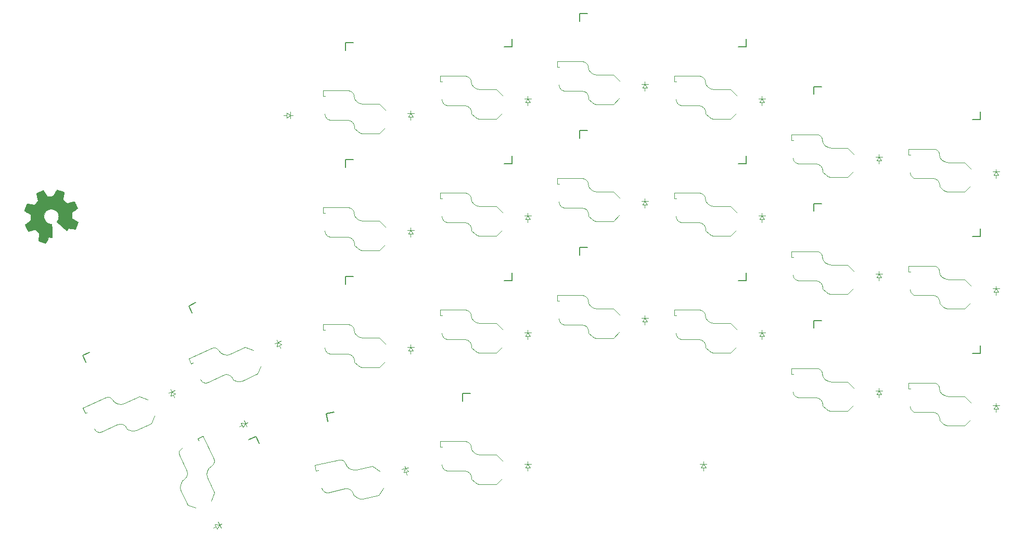
<source format=gbr>
%TF.GenerationSoftware,KiCad,Pcbnew,7.0.5*%
%TF.CreationDate,2024-03-19T12:28:54+08:00*%
%TF.ProjectId,Prime52right,5072696d-6535-4327-9269-6768742e6b69,rev?*%
%TF.SameCoordinates,Original*%
%TF.FileFunction,Legend,Bot*%
%TF.FilePolarity,Positive*%
%FSLAX46Y46*%
G04 Gerber Fmt 4.6, Leading zero omitted, Abs format (unit mm)*
G04 Created by KiCad (PCBNEW 7.0.5) date 2024-03-19 12:28:54*
%MOMM*%
%LPD*%
G01*
G04 APERTURE LIST*
%ADD10C,0.120000*%
%ADD11C,0.100000*%
%ADD12C,0.150000*%
%ADD13C,0.010000*%
G04 APERTURE END LIST*
D10*
%TO.C,K43*%
X337899000Y-103448000D02*
X336962000Y-104385000D01*
X336962000Y-104385000D02*
X334215000Y-104385000D01*
X336962000Y-99593000D02*
X337983000Y-100614000D01*
X334315000Y-99593000D02*
X336962000Y-99593000D01*
X334215000Y-104385000D02*
X333812000Y-104305000D01*
X333812000Y-104305000D02*
X333470000Y-104076000D01*
X333753000Y-99488000D02*
X334315000Y-99593000D01*
X333470000Y-104076000D02*
X332937000Y-103543000D01*
X333274000Y-99189000D02*
X333753000Y-99488000D01*
X332937000Y-103543000D02*
X332937000Y-103321000D01*
X332937000Y-103321000D02*
X332850000Y-102883000D01*
X332936000Y-98736000D02*
X333274000Y-99189000D01*
X332850000Y-102883000D02*
X332606000Y-102516000D01*
X332782000Y-98178000D02*
X332936000Y-98736000D01*
X332700000Y-97880000D02*
X332782000Y-98178000D01*
X332606000Y-102516000D02*
X332239000Y-102272000D01*
X332507000Y-97622000D02*
X332700000Y-97880000D01*
X332239000Y-102272000D02*
X331801000Y-102185000D01*
X332233000Y-97452000D02*
X332507000Y-97622000D01*
X331923000Y-97393000D02*
X332233000Y-97452000D01*
X331801000Y-102185000D02*
X329001000Y-102185000D01*
X329001000Y-102185000D02*
X328674000Y-102120000D01*
X328674000Y-102120000D02*
X328391000Y-101931000D01*
X328391000Y-101931000D02*
X328202000Y-101648000D01*
X328202000Y-101648000D02*
X328117000Y-101221000D01*
X328200000Y-98335000D02*
X327837000Y-98335000D01*
X327837000Y-98335000D02*
X327837000Y-97393000D01*
X327837000Y-97393000D02*
X331923000Y-97393000D01*
%TO.C,K47*%
X356949000Y-112973000D02*
X356012000Y-113910000D01*
X356012000Y-113910000D02*
X353265000Y-113910000D01*
X356012000Y-109118000D02*
X357033000Y-110139000D01*
X353365000Y-109118000D02*
X356012000Y-109118000D01*
X353265000Y-113910000D02*
X352862000Y-113830000D01*
X352862000Y-113830000D02*
X352520000Y-113601000D01*
X352803000Y-109013000D02*
X353365000Y-109118000D01*
X352520000Y-113601000D02*
X351987000Y-113068000D01*
X352324000Y-108714000D02*
X352803000Y-109013000D01*
X351987000Y-113068000D02*
X351987000Y-112846000D01*
X351987000Y-112846000D02*
X351900000Y-112408000D01*
X351986000Y-108261000D02*
X352324000Y-108714000D01*
X351900000Y-112408000D02*
X351656000Y-112041000D01*
X351832000Y-107703000D02*
X351986000Y-108261000D01*
X351750000Y-107405000D02*
X351832000Y-107703000D01*
X351656000Y-112041000D02*
X351289000Y-111797000D01*
X351557000Y-107147000D02*
X351750000Y-107405000D01*
X351289000Y-111797000D02*
X350851000Y-111710000D01*
X351283000Y-106977000D02*
X351557000Y-107147000D01*
X350973000Y-106918000D02*
X351283000Y-106977000D01*
X350851000Y-111710000D02*
X348051000Y-111710000D01*
X348051000Y-111710000D02*
X347724000Y-111645000D01*
X347724000Y-111645000D02*
X347441000Y-111456000D01*
X347441000Y-111456000D02*
X347252000Y-111173000D01*
X347252000Y-111173000D02*
X347167000Y-110746000D01*
X347250000Y-107860000D02*
X346887000Y-107860000D01*
X346887000Y-107860000D02*
X346887000Y-106918000D01*
X346887000Y-106918000D02*
X350973000Y-106918000D01*
%TO.C,K35*%
X299799000Y-84398000D02*
X298862000Y-85335000D01*
X298862000Y-85335000D02*
X296115000Y-85335000D01*
X298862000Y-80543000D02*
X299883000Y-81564000D01*
X296215000Y-80543000D02*
X298862000Y-80543000D01*
X296115000Y-85335000D02*
X295712000Y-85255000D01*
X295712000Y-85255000D02*
X295370000Y-85026000D01*
X295653000Y-80438000D02*
X296215000Y-80543000D01*
X295370000Y-85026000D02*
X294837000Y-84493000D01*
X295174000Y-80139000D02*
X295653000Y-80438000D01*
X294837000Y-84493000D02*
X294837000Y-84271000D01*
X294837000Y-84271000D02*
X294750000Y-83833000D01*
X294836000Y-79686000D02*
X295174000Y-80139000D01*
X294750000Y-83833000D02*
X294506000Y-83466000D01*
X294682000Y-79128000D02*
X294836000Y-79686000D01*
X294600000Y-78830000D02*
X294682000Y-79128000D01*
X294506000Y-83466000D02*
X294139000Y-83222000D01*
X294407000Y-78572000D02*
X294600000Y-78830000D01*
X294139000Y-83222000D02*
X293701000Y-83135000D01*
X294133000Y-78402000D02*
X294407000Y-78572000D01*
X293823000Y-78343000D02*
X294133000Y-78402000D01*
X293701000Y-83135000D02*
X290901000Y-83135000D01*
X290901000Y-83135000D02*
X290574000Y-83070000D01*
X290574000Y-83070000D02*
X290291000Y-82881000D01*
X290291000Y-82881000D02*
X290102000Y-82598000D01*
X290102000Y-82598000D02*
X290017000Y-82171000D01*
X290100000Y-79285000D02*
X289737000Y-79285000D01*
X289737000Y-79285000D02*
X289737000Y-78343000D01*
X289737000Y-78343000D02*
X293823000Y-78343000D01*
%TO.C,K46*%
X356949000Y-93923000D02*
X356012000Y-94860000D01*
X356012000Y-94860000D02*
X353265000Y-94860000D01*
X356012000Y-90068000D02*
X357033000Y-91089000D01*
X353365000Y-90068000D02*
X356012000Y-90068000D01*
X353265000Y-94860000D02*
X352862000Y-94780000D01*
X352862000Y-94780000D02*
X352520000Y-94551000D01*
X352803000Y-89963000D02*
X353365000Y-90068000D01*
X352520000Y-94551000D02*
X351987000Y-94018000D01*
X352324000Y-89664000D02*
X352803000Y-89963000D01*
X351987000Y-94018000D02*
X351987000Y-93796000D01*
X351987000Y-93796000D02*
X351900000Y-93358000D01*
X351986000Y-89211000D02*
X352324000Y-89664000D01*
X351900000Y-93358000D02*
X351656000Y-92991000D01*
X351832000Y-88653000D02*
X351986000Y-89211000D01*
X351750000Y-88355000D02*
X351832000Y-88653000D01*
X351656000Y-92991000D02*
X351289000Y-92747000D01*
X351557000Y-88097000D02*
X351750000Y-88355000D01*
X351289000Y-92747000D02*
X350851000Y-92660000D01*
X351283000Y-87927000D02*
X351557000Y-88097000D01*
X350973000Y-87868000D02*
X351283000Y-87927000D01*
X350851000Y-92660000D02*
X348051000Y-92660000D01*
X348051000Y-92660000D02*
X347724000Y-92595000D01*
X347724000Y-92595000D02*
X347441000Y-92406000D01*
X347441000Y-92406000D02*
X347252000Y-92123000D01*
X347252000Y-92123000D02*
X347167000Y-91696000D01*
X347250000Y-88810000D02*
X346887000Y-88810000D01*
X346887000Y-88810000D02*
X346887000Y-87868000D01*
X346887000Y-87868000D02*
X350973000Y-87868000D01*
%TO.C,K52*%
X375999000Y-134404000D02*
X375062000Y-135341000D01*
X375062000Y-135341000D02*
X372315000Y-135341000D01*
X375062000Y-130549000D02*
X376083000Y-131570000D01*
X372415000Y-130549000D02*
X375062000Y-130549000D01*
X372315000Y-135341000D02*
X371912000Y-135261000D01*
X371912000Y-135261000D02*
X371570000Y-135032000D01*
X371853000Y-130444000D02*
X372415000Y-130549000D01*
X371570000Y-135032000D02*
X371037000Y-134499000D01*
X371374000Y-130145000D02*
X371853000Y-130444000D01*
X371037000Y-134499000D02*
X371037000Y-134277000D01*
X371037000Y-134277000D02*
X370950000Y-133839000D01*
X371036000Y-129692000D02*
X371374000Y-130145000D01*
X370950000Y-133839000D02*
X370706000Y-133472000D01*
X370882000Y-129134000D02*
X371036000Y-129692000D01*
X370800000Y-128836000D02*
X370882000Y-129134000D01*
X370706000Y-133472000D02*
X370339000Y-133228000D01*
X370607000Y-128578000D02*
X370800000Y-128836000D01*
X370339000Y-133228000D02*
X369901000Y-133141000D01*
X370333000Y-128408000D02*
X370607000Y-128578000D01*
X370023000Y-128349000D02*
X370333000Y-128408000D01*
X369901000Y-133141000D02*
X367101000Y-133141000D01*
X367101000Y-133141000D02*
X366774000Y-133076000D01*
X366774000Y-133076000D02*
X366491000Y-132887000D01*
X366491000Y-132887000D02*
X366302000Y-132604000D01*
X366302000Y-132604000D02*
X366217000Y-132177000D01*
X366300000Y-129291000D02*
X365937000Y-129291000D01*
X365937000Y-129291000D02*
X365937000Y-128349000D01*
X365937000Y-128349000D02*
X370023000Y-128349000D01*
%TO.C,K33*%
X280749000Y-124879000D02*
X279812000Y-125816000D01*
X279812000Y-125816000D02*
X277065000Y-125816000D01*
X279812000Y-121024000D02*
X280833000Y-122045000D01*
X277165000Y-121024000D02*
X279812000Y-121024000D01*
X277065000Y-125816000D02*
X276662000Y-125736000D01*
X276662000Y-125736000D02*
X276320000Y-125507000D01*
X276603000Y-120919000D02*
X277165000Y-121024000D01*
X276320000Y-125507000D02*
X275787000Y-124974000D01*
X276124000Y-120620000D02*
X276603000Y-120919000D01*
X275787000Y-124974000D02*
X275787000Y-124752000D01*
X275787000Y-124752000D02*
X275700000Y-124314000D01*
X275786000Y-120167000D02*
X276124000Y-120620000D01*
X275700000Y-124314000D02*
X275456000Y-123947000D01*
X275632000Y-119609000D02*
X275786000Y-120167000D01*
X275550000Y-119311000D02*
X275632000Y-119609000D01*
X275456000Y-123947000D02*
X275089000Y-123703000D01*
X275357000Y-119053000D02*
X275550000Y-119311000D01*
X275089000Y-123703000D02*
X274651000Y-123616000D01*
X275083000Y-118883000D02*
X275357000Y-119053000D01*
X274773000Y-118824000D02*
X275083000Y-118883000D01*
X274651000Y-123616000D02*
X271851000Y-123616000D01*
X271851000Y-123616000D02*
X271524000Y-123551000D01*
X271524000Y-123551000D02*
X271241000Y-123362000D01*
X271241000Y-123362000D02*
X271052000Y-123079000D01*
X271052000Y-123079000D02*
X270967000Y-122652000D01*
X271050000Y-119766000D02*
X270687000Y-119766000D01*
X270687000Y-119766000D02*
X270687000Y-118824000D01*
X270687000Y-118824000D02*
X274773000Y-118824000D01*
%TO.C,K28*%
X260488511Y-125647389D02*
X260035294Y-126892592D01*
X260035294Y-126892592D02*
X257545667Y-128053525D01*
X258010108Y-122549565D02*
X259366941Y-123043412D01*
X255611111Y-123668236D02*
X258010108Y-122549565D01*
X257545667Y-128053525D02*
X257146615Y-128151335D01*
X257146615Y-128151335D02*
X256739878Y-128088326D01*
X255057391Y-123810585D02*
X255611111Y-123668236D01*
X256739878Y-128088326D02*
X256031561Y-127830520D01*
X254496907Y-123742033D02*
X255057391Y-123810585D01*
X256031561Y-127830520D02*
X255937740Y-127629319D01*
X255937740Y-127629319D02*
X255673784Y-127269124D01*
X253999129Y-123474321D02*
X254496907Y-123742033D01*
X255673784Y-127269124D02*
X255297544Y-127039628D01*
X253623736Y-123033684D02*
X253999129Y-123474321D01*
X253423479Y-122798259D02*
X253623736Y-123033684D01*
X255297544Y-127039628D02*
X254861810Y-126973590D01*
X253139526Y-122645997D02*
X253423479Y-122798259D01*
X254861810Y-126973590D02*
X254428080Y-127079848D01*
X252819352Y-122607722D02*
X253139526Y-122645997D01*
X252513462Y-122685262D02*
X252819352Y-122607722D01*
X254428080Y-127079848D02*
X251890418Y-128263179D01*
X251890418Y-128263179D02*
X251566585Y-128342465D01*
X251566585Y-128342465D02*
X251230225Y-128290774D01*
X251230225Y-128290774D02*
X250939332Y-128114164D01*
X250939332Y-128114164D02*
X250681838Y-127763093D01*
X249537385Y-125112411D02*
X249208395Y-125265822D01*
X249208395Y-125265822D02*
X248810289Y-124412080D01*
X248810289Y-124412080D02*
X252513462Y-122685262D01*
%TO.C,K42*%
X337899000Y-84398000D02*
X336962000Y-85335000D01*
X336962000Y-85335000D02*
X334215000Y-85335000D01*
X336962000Y-80543000D02*
X337983000Y-81564000D01*
X334315000Y-80543000D02*
X336962000Y-80543000D01*
X334215000Y-85335000D02*
X333812000Y-85255000D01*
X333812000Y-85255000D02*
X333470000Y-85026000D01*
X333753000Y-80438000D02*
X334315000Y-80543000D01*
X333470000Y-85026000D02*
X332937000Y-84493000D01*
X333274000Y-80139000D02*
X333753000Y-80438000D01*
X332937000Y-84493000D02*
X332937000Y-84271000D01*
X332937000Y-84271000D02*
X332850000Y-83833000D01*
X332936000Y-79686000D02*
X333274000Y-80139000D01*
X332850000Y-83833000D02*
X332606000Y-83466000D01*
X332782000Y-79128000D02*
X332936000Y-79686000D01*
X332700000Y-78830000D02*
X332782000Y-79128000D01*
X332606000Y-83466000D02*
X332239000Y-83222000D01*
X332507000Y-78572000D02*
X332700000Y-78830000D01*
X332239000Y-83222000D02*
X331801000Y-83135000D01*
X332233000Y-78402000D02*
X332507000Y-78572000D01*
X331923000Y-78343000D02*
X332233000Y-78402000D01*
X331801000Y-83135000D02*
X329001000Y-83135000D01*
X329001000Y-83135000D02*
X328674000Y-83070000D01*
X328674000Y-83070000D02*
X328391000Y-82881000D01*
X328391000Y-82881000D02*
X328202000Y-82598000D01*
X328202000Y-82598000D02*
X328117000Y-82171000D01*
X328200000Y-79285000D02*
X327837000Y-79285000D01*
X327837000Y-79285000D02*
X327837000Y-78343000D01*
X327837000Y-78343000D02*
X331923000Y-78343000D01*
%TO.C,K38*%
X280459332Y-145517459D02*
X279747347Y-146635052D01*
X279747347Y-146635052D02*
X277065462Y-147229612D01*
X278710168Y-141956642D02*
X279927951Y-142732455D01*
X276125913Y-142529557D02*
X278710168Y-141956642D01*
X277065462Y-147229612D02*
X276654699Y-147238733D01*
X276654699Y-147238733D02*
X276271241Y-147089184D01*
X275554508Y-142548685D02*
X276125913Y-142529557D01*
X276271241Y-147089184D02*
X275635513Y-146684180D01*
X275022147Y-142360448D02*
X275554508Y-142548685D01*
X275635513Y-146684180D02*
X275587464Y-146467443D01*
X275587464Y-146467443D02*
X275407725Y-146058655D01*
X274594112Y-141991342D02*
X275022147Y-142360448D01*
X275407725Y-146058655D02*
X275090076Y-145753166D01*
X274322989Y-141479901D02*
X274594112Y-141991342D01*
X274178434Y-141206712D02*
X274322989Y-141479901D01*
X275090076Y-145753166D02*
X274678964Y-145594383D01*
X273934167Y-140996601D02*
X274178434Y-141206712D01*
X274678964Y-145594383D02*
X274232516Y-145604246D01*
X273629867Y-140889935D02*
X273934167Y-140996601D01*
X273314445Y-140899430D02*
X273629867Y-140889935D01*
X274232516Y-145604246D02*
X271498887Y-146210277D01*
X271498887Y-146210277D02*
X271165570Y-146217593D01*
X271165570Y-146217593D02*
X270848371Y-146094326D01*
X270848371Y-146094326D02*
X270602599Y-145858941D01*
X270602599Y-145858941D02*
X270427194Y-145460460D01*
X269883582Y-142624905D02*
X269529186Y-142703473D01*
X269529186Y-142703473D02*
X269325300Y-141783802D01*
X269325300Y-141783802D02*
X273314445Y-140899430D01*
%TO.C,K44*%
X337899000Y-122498000D02*
X336962000Y-123435000D01*
X336962000Y-123435000D02*
X334215000Y-123435000D01*
X336962000Y-118643000D02*
X337983000Y-119664000D01*
X334315000Y-118643000D02*
X336962000Y-118643000D01*
X334215000Y-123435000D02*
X333812000Y-123355000D01*
X333812000Y-123355000D02*
X333470000Y-123126000D01*
X333753000Y-118538000D02*
X334315000Y-118643000D01*
X333470000Y-123126000D02*
X332937000Y-122593000D01*
X333274000Y-118239000D02*
X333753000Y-118538000D01*
X332937000Y-122593000D02*
X332937000Y-122371000D01*
X332937000Y-122371000D02*
X332850000Y-121933000D01*
X332936000Y-117786000D02*
X333274000Y-118239000D01*
X332850000Y-121933000D02*
X332606000Y-121566000D01*
X332782000Y-117228000D02*
X332936000Y-117786000D01*
X332700000Y-116930000D02*
X332782000Y-117228000D01*
X332606000Y-121566000D02*
X332239000Y-121322000D01*
X332507000Y-116672000D02*
X332700000Y-116930000D01*
X332239000Y-121322000D02*
X331801000Y-121235000D01*
X332233000Y-116502000D02*
X332507000Y-116672000D01*
X331923000Y-116443000D02*
X332233000Y-116502000D01*
X331801000Y-121235000D02*
X329001000Y-121235000D01*
X329001000Y-121235000D02*
X328674000Y-121170000D01*
X328674000Y-121170000D02*
X328391000Y-120981000D01*
X328391000Y-120981000D02*
X328202000Y-120698000D01*
X328202000Y-120698000D02*
X328117000Y-120271000D01*
X328200000Y-117385000D02*
X327837000Y-117385000D01*
X327837000Y-117385000D02*
X327837000Y-116443000D01*
X327837000Y-116443000D02*
X331923000Y-116443000D01*
%TO.C,K34*%
X249900156Y-148722394D02*
X248654953Y-148269177D01*
X248654953Y-148269177D02*
X247494020Y-145779550D01*
X252997980Y-146243991D02*
X252504133Y-147600824D01*
X251879309Y-143844994D02*
X252997980Y-146243991D01*
X247494020Y-145779550D02*
X247396210Y-145380498D01*
X247396210Y-145380498D02*
X247459219Y-144973761D01*
X251736960Y-143291274D02*
X251879309Y-143844994D01*
X247459219Y-144973761D02*
X247717025Y-144265444D01*
X251805512Y-142730790D02*
X251736960Y-143291274D01*
X247717025Y-144265444D02*
X247918226Y-144171623D01*
X247918226Y-144171623D02*
X248278421Y-143907667D01*
X252073224Y-142233012D02*
X251805512Y-142730790D01*
X248278421Y-143907667D02*
X248507917Y-143531427D01*
X252513861Y-141857619D02*
X252073224Y-142233012D01*
X252749286Y-141657362D02*
X252513861Y-141857619D01*
X248507917Y-143531427D02*
X248573955Y-143095693D01*
X252901548Y-141373409D02*
X252749286Y-141657362D01*
X248573955Y-143095693D02*
X248467697Y-142661963D01*
X252939823Y-141053235D02*
X252901548Y-141373409D01*
X252862283Y-140747345D02*
X252939823Y-141053235D01*
X248467697Y-142661963D02*
X247284366Y-140124301D01*
X247284366Y-140124301D02*
X247205080Y-139800468D01*
X247205080Y-139800468D02*
X247256771Y-139464108D01*
X247256771Y-139464108D02*
X247433381Y-139173215D01*
X247433381Y-139173215D02*
X247784452Y-138915721D01*
X250435134Y-137771268D02*
X250281723Y-137442278D01*
X250281723Y-137442278D02*
X251135465Y-137044172D01*
X251135465Y-137044172D02*
X252862283Y-140747345D01*
%TO.C,K31*%
X280749000Y-86779000D02*
X279812000Y-87716000D01*
X279812000Y-87716000D02*
X277065000Y-87716000D01*
X279812000Y-82924000D02*
X280833000Y-83945000D01*
X277165000Y-82924000D02*
X279812000Y-82924000D01*
X277065000Y-87716000D02*
X276662000Y-87636000D01*
X276662000Y-87636000D02*
X276320000Y-87407000D01*
X276603000Y-82819000D02*
X277165000Y-82924000D01*
X276320000Y-87407000D02*
X275787000Y-86874000D01*
X276124000Y-82520000D02*
X276603000Y-82819000D01*
X275787000Y-86874000D02*
X275787000Y-86652000D01*
X275787000Y-86652000D02*
X275700000Y-86214000D01*
X275786000Y-82067000D02*
X276124000Y-82520000D01*
X275700000Y-86214000D02*
X275456000Y-85847000D01*
X275632000Y-81509000D02*
X275786000Y-82067000D01*
X275550000Y-81211000D02*
X275632000Y-81509000D01*
X275456000Y-85847000D02*
X275089000Y-85603000D01*
X275357000Y-80953000D02*
X275550000Y-81211000D01*
X275089000Y-85603000D02*
X274651000Y-85516000D01*
X275083000Y-80783000D02*
X275357000Y-80953000D01*
X274773000Y-80724000D02*
X275083000Y-80783000D01*
X274651000Y-85516000D02*
X271851000Y-85516000D01*
X271851000Y-85516000D02*
X271524000Y-85451000D01*
X271524000Y-85451000D02*
X271241000Y-85262000D01*
X271241000Y-85262000D02*
X271052000Y-84979000D01*
X271052000Y-84979000D02*
X270967000Y-84552000D01*
X271050000Y-81666000D02*
X270687000Y-81666000D01*
X270687000Y-81666000D02*
X270687000Y-80724000D01*
X270687000Y-80724000D02*
X274773000Y-80724000D01*
%TO.C,K40*%
X318849000Y-101067000D02*
X317912000Y-102004000D01*
X317912000Y-102004000D02*
X315165000Y-102004000D01*
X317912000Y-97212000D02*
X318933000Y-98233000D01*
X315265000Y-97212000D02*
X317912000Y-97212000D01*
X315165000Y-102004000D02*
X314762000Y-101924000D01*
X314762000Y-101924000D02*
X314420000Y-101695000D01*
X314703000Y-97107000D02*
X315265000Y-97212000D01*
X314420000Y-101695000D02*
X313887000Y-101162000D01*
X314224000Y-96808000D02*
X314703000Y-97107000D01*
X313887000Y-101162000D02*
X313887000Y-100940000D01*
X313887000Y-100940000D02*
X313800000Y-100502000D01*
X313886000Y-96355000D02*
X314224000Y-96808000D01*
X313800000Y-100502000D02*
X313556000Y-100135000D01*
X313732000Y-95797000D02*
X313886000Y-96355000D01*
X313650000Y-95499000D02*
X313732000Y-95797000D01*
X313556000Y-100135000D02*
X313189000Y-99891000D01*
X313457000Y-95241000D02*
X313650000Y-95499000D01*
X313189000Y-99891000D02*
X312751000Y-99804000D01*
X313183000Y-95071000D02*
X313457000Y-95241000D01*
X312873000Y-95012000D02*
X313183000Y-95071000D01*
X312751000Y-99804000D02*
X309951000Y-99804000D01*
X309951000Y-99804000D02*
X309624000Y-99739000D01*
X309624000Y-99739000D02*
X309341000Y-99550000D01*
X309341000Y-99550000D02*
X309152000Y-99267000D01*
X309152000Y-99267000D02*
X309067000Y-98840000D01*
X309150000Y-95954000D02*
X308787000Y-95954000D01*
X308787000Y-95954000D02*
X308787000Y-95012000D01*
X308787000Y-95012000D02*
X312873000Y-95012000D01*
%TO.C,K36*%
X299799000Y-103448000D02*
X298862000Y-104385000D01*
X298862000Y-104385000D02*
X296115000Y-104385000D01*
X298862000Y-99593000D02*
X299883000Y-100614000D01*
X296215000Y-99593000D02*
X298862000Y-99593000D01*
X296115000Y-104385000D02*
X295712000Y-104305000D01*
X295712000Y-104305000D02*
X295370000Y-104076000D01*
X295653000Y-99488000D02*
X296215000Y-99593000D01*
X295370000Y-104076000D02*
X294837000Y-103543000D01*
X295174000Y-99189000D02*
X295653000Y-99488000D01*
X294837000Y-103543000D02*
X294837000Y-103321000D01*
X294837000Y-103321000D02*
X294750000Y-102883000D01*
X294836000Y-98736000D02*
X295174000Y-99189000D01*
X294750000Y-102883000D02*
X294506000Y-102516000D01*
X294682000Y-98178000D02*
X294836000Y-98736000D01*
X294600000Y-97880000D02*
X294682000Y-98178000D01*
X294506000Y-102516000D02*
X294139000Y-102272000D01*
X294407000Y-97622000D02*
X294600000Y-97880000D01*
X294139000Y-102272000D02*
X293701000Y-102185000D01*
X294133000Y-97452000D02*
X294407000Y-97622000D01*
X293823000Y-97393000D02*
X294133000Y-97452000D01*
X293701000Y-102185000D02*
X290901000Y-102185000D01*
X290901000Y-102185000D02*
X290574000Y-102120000D01*
X290574000Y-102120000D02*
X290291000Y-101931000D01*
X290291000Y-101931000D02*
X290102000Y-101648000D01*
X290102000Y-101648000D02*
X290017000Y-101221000D01*
X290100000Y-98335000D02*
X289737000Y-98335000D01*
X289737000Y-98335000D02*
X289737000Y-97393000D01*
X289737000Y-97393000D02*
X293823000Y-97393000D01*
%TO.C,K41*%
X318849000Y-120117000D02*
X317912000Y-121054000D01*
X317912000Y-121054000D02*
X315165000Y-121054000D01*
X317912000Y-116262000D02*
X318933000Y-117283000D01*
X315265000Y-116262000D02*
X317912000Y-116262000D01*
X315165000Y-121054000D02*
X314762000Y-120974000D01*
X314762000Y-120974000D02*
X314420000Y-120745000D01*
X314703000Y-116157000D02*
X315265000Y-116262000D01*
X314420000Y-120745000D02*
X313887000Y-120212000D01*
X314224000Y-115858000D02*
X314703000Y-116157000D01*
X313887000Y-120212000D02*
X313887000Y-119990000D01*
X313887000Y-119990000D02*
X313800000Y-119552000D01*
X313886000Y-115405000D02*
X314224000Y-115858000D01*
X313800000Y-119552000D02*
X313556000Y-119185000D01*
X313732000Y-114847000D02*
X313886000Y-115405000D01*
X313650000Y-114549000D02*
X313732000Y-114847000D01*
X313556000Y-119185000D02*
X313189000Y-118941000D01*
X313457000Y-114291000D02*
X313650000Y-114549000D01*
X313189000Y-118941000D02*
X312751000Y-118854000D01*
X313183000Y-114121000D02*
X313457000Y-114291000D01*
X312873000Y-114062000D02*
X313183000Y-114121000D01*
X312751000Y-118854000D02*
X309951000Y-118854000D01*
X309951000Y-118854000D02*
X309624000Y-118789000D01*
X309624000Y-118789000D02*
X309341000Y-118600000D01*
X309341000Y-118600000D02*
X309152000Y-118317000D01*
X309152000Y-118317000D02*
X309067000Y-117890000D01*
X309150000Y-115004000D02*
X308787000Y-115004000D01*
X308787000Y-115004000D02*
X308787000Y-114062000D01*
X308787000Y-114062000D02*
X312873000Y-114062000D01*
%TO.C,K48*%
X356949000Y-132023000D02*
X356012000Y-132960000D01*
X356012000Y-132960000D02*
X353265000Y-132960000D01*
X356012000Y-128168000D02*
X357033000Y-129189000D01*
X353365000Y-128168000D02*
X356012000Y-128168000D01*
X353265000Y-132960000D02*
X352862000Y-132880000D01*
X352862000Y-132880000D02*
X352520000Y-132651000D01*
X352803000Y-128063000D02*
X353365000Y-128168000D01*
X352520000Y-132651000D02*
X351987000Y-132118000D01*
X352324000Y-127764000D02*
X352803000Y-128063000D01*
X351987000Y-132118000D02*
X351987000Y-131896000D01*
X351987000Y-131896000D02*
X351900000Y-131458000D01*
X351986000Y-127311000D02*
X352324000Y-127764000D01*
X351900000Y-131458000D02*
X351656000Y-131091000D01*
X351832000Y-126753000D02*
X351986000Y-127311000D01*
X351750000Y-126455000D02*
X351832000Y-126753000D01*
X351656000Y-131091000D02*
X351289000Y-130847000D01*
X351557000Y-126197000D02*
X351750000Y-126455000D01*
X351289000Y-130847000D02*
X350851000Y-130760000D01*
X351283000Y-126027000D02*
X351557000Y-126197000D01*
X350973000Y-125968000D02*
X351283000Y-126027000D01*
X350851000Y-130760000D02*
X348051000Y-130760000D01*
X348051000Y-130760000D02*
X347724000Y-130695000D01*
X347724000Y-130695000D02*
X347441000Y-130506000D01*
X347441000Y-130506000D02*
X347252000Y-130223000D01*
X347252000Y-130223000D02*
X347167000Y-129796000D01*
X347250000Y-126910000D02*
X346887000Y-126910000D01*
X346887000Y-126910000D02*
X346887000Y-125968000D01*
X346887000Y-125968000D02*
X350973000Y-125968000D01*
%TO.C,K29*%
X243223763Y-133698389D02*
X242770546Y-134943592D01*
X242770546Y-134943592D02*
X240280919Y-136104525D01*
X240745360Y-130600565D02*
X242102193Y-131094412D01*
X238346363Y-131719236D02*
X240745360Y-130600565D01*
X240280919Y-136104525D02*
X239881867Y-136202335D01*
X239881867Y-136202335D02*
X239475130Y-136139326D01*
X237792643Y-131861585D02*
X238346363Y-131719236D01*
X239475130Y-136139326D02*
X238766813Y-135881520D01*
X237232159Y-131793033D02*
X237792643Y-131861585D01*
X238766813Y-135881520D02*
X238672992Y-135680319D01*
X238672992Y-135680319D02*
X238409036Y-135320124D01*
X236734381Y-131525321D02*
X237232159Y-131793033D01*
X238409036Y-135320124D02*
X238032796Y-135090628D01*
X236358988Y-131084684D02*
X236734381Y-131525321D01*
X236158731Y-130849259D02*
X236358988Y-131084684D01*
X238032796Y-135090628D02*
X237597062Y-135024590D01*
X235874778Y-130696997D02*
X236158731Y-130849259D01*
X237597062Y-135024590D02*
X237163332Y-135130848D01*
X235554604Y-130658722D02*
X235874778Y-130696997D01*
X235248714Y-130736262D02*
X235554604Y-130658722D01*
X237163332Y-135130848D02*
X234625670Y-136314179D01*
X234625670Y-136314179D02*
X234301837Y-136393465D01*
X234301837Y-136393465D02*
X233965477Y-136341774D01*
X233965477Y-136341774D02*
X233674584Y-136165164D01*
X233674584Y-136165164D02*
X233417090Y-135814093D01*
X232272637Y-133163411D02*
X231943647Y-133316822D01*
X231943647Y-133316822D02*
X231545541Y-132463080D01*
X231545541Y-132463080D02*
X235248714Y-130736262D01*
%TO.C,K37*%
X299799000Y-122498000D02*
X298862000Y-123435000D01*
X298862000Y-123435000D02*
X296115000Y-123435000D01*
X298862000Y-118643000D02*
X299883000Y-119664000D01*
X296215000Y-118643000D02*
X298862000Y-118643000D01*
X296115000Y-123435000D02*
X295712000Y-123355000D01*
X295712000Y-123355000D02*
X295370000Y-123126000D01*
X295653000Y-118538000D02*
X296215000Y-118643000D01*
X295370000Y-123126000D02*
X294837000Y-122593000D01*
X295174000Y-118239000D02*
X295653000Y-118538000D01*
X294837000Y-122593000D02*
X294837000Y-122371000D01*
X294837000Y-122371000D02*
X294750000Y-121933000D01*
X294836000Y-117786000D02*
X295174000Y-118239000D01*
X294750000Y-121933000D02*
X294506000Y-121566000D01*
X294682000Y-117228000D02*
X294836000Y-117786000D01*
X294600000Y-116930000D02*
X294682000Y-117228000D01*
X294506000Y-121566000D02*
X294139000Y-121322000D01*
X294407000Y-116672000D02*
X294600000Y-116930000D01*
X294139000Y-121322000D02*
X293701000Y-121235000D01*
X294133000Y-116502000D02*
X294407000Y-116672000D01*
X293823000Y-116443000D02*
X294133000Y-116502000D01*
X293701000Y-121235000D02*
X290901000Y-121235000D01*
X290901000Y-121235000D02*
X290574000Y-121170000D01*
X290574000Y-121170000D02*
X290291000Y-120981000D01*
X290291000Y-120981000D02*
X290102000Y-120698000D01*
X290102000Y-120698000D02*
X290017000Y-120271000D01*
X290100000Y-117385000D02*
X289737000Y-117385000D01*
X289737000Y-117385000D02*
X289737000Y-116443000D01*
X289737000Y-116443000D02*
X293823000Y-116443000D01*
%TO.C,K51*%
X375999000Y-115354000D02*
X375062000Y-116291000D01*
X375062000Y-116291000D02*
X372315000Y-116291000D01*
X375062000Y-111499000D02*
X376083000Y-112520000D01*
X372415000Y-111499000D02*
X375062000Y-111499000D01*
X372315000Y-116291000D02*
X371912000Y-116211000D01*
X371912000Y-116211000D02*
X371570000Y-115982000D01*
X371853000Y-111394000D02*
X372415000Y-111499000D01*
X371570000Y-115982000D02*
X371037000Y-115449000D01*
X371374000Y-111095000D02*
X371853000Y-111394000D01*
X371037000Y-115449000D02*
X371037000Y-115227000D01*
X371037000Y-115227000D02*
X370950000Y-114789000D01*
X371036000Y-110642000D02*
X371374000Y-111095000D01*
X370950000Y-114789000D02*
X370706000Y-114422000D01*
X370882000Y-110084000D02*
X371036000Y-110642000D01*
X370800000Y-109786000D02*
X370882000Y-110084000D01*
X370706000Y-114422000D02*
X370339000Y-114178000D01*
X370607000Y-109528000D02*
X370800000Y-109786000D01*
X370339000Y-114178000D02*
X369901000Y-114091000D01*
X370333000Y-109358000D02*
X370607000Y-109528000D01*
X370023000Y-109299000D02*
X370333000Y-109358000D01*
X369901000Y-114091000D02*
X367101000Y-114091000D01*
X367101000Y-114091000D02*
X366774000Y-114026000D01*
X366774000Y-114026000D02*
X366491000Y-113837000D01*
X366491000Y-113837000D02*
X366302000Y-113554000D01*
X366302000Y-113554000D02*
X366217000Y-113127000D01*
X366300000Y-110241000D02*
X365937000Y-110241000D01*
X365937000Y-110241000D02*
X365937000Y-109299000D01*
X365937000Y-109299000D02*
X370023000Y-109299000D01*
%TO.C,K45*%
X299799000Y-143929000D02*
X298862000Y-144866000D01*
X298862000Y-144866000D02*
X296115000Y-144866000D01*
X298862000Y-140074000D02*
X299883000Y-141095000D01*
X296215000Y-140074000D02*
X298862000Y-140074000D01*
X296115000Y-144866000D02*
X295712000Y-144786000D01*
X295712000Y-144786000D02*
X295370000Y-144557000D01*
X295653000Y-139969000D02*
X296215000Y-140074000D01*
X295370000Y-144557000D02*
X294837000Y-144024000D01*
X295174000Y-139670000D02*
X295653000Y-139969000D01*
X294837000Y-144024000D02*
X294837000Y-143802000D01*
X294837000Y-143802000D02*
X294750000Y-143364000D01*
X294836000Y-139217000D02*
X295174000Y-139670000D01*
X294750000Y-143364000D02*
X294506000Y-142997000D01*
X294682000Y-138659000D02*
X294836000Y-139217000D01*
X294600000Y-138361000D02*
X294682000Y-138659000D01*
X294506000Y-142997000D02*
X294139000Y-142753000D01*
X294407000Y-138103000D02*
X294600000Y-138361000D01*
X294139000Y-142753000D02*
X293701000Y-142666000D01*
X294133000Y-137933000D02*
X294407000Y-138103000D01*
X293823000Y-137874000D02*
X294133000Y-137933000D01*
X293701000Y-142666000D02*
X290901000Y-142666000D01*
X290901000Y-142666000D02*
X290574000Y-142601000D01*
X290574000Y-142601000D02*
X290291000Y-142412000D01*
X290291000Y-142412000D02*
X290102000Y-142129000D01*
X290102000Y-142129000D02*
X290017000Y-141702000D01*
X290100000Y-138816000D02*
X289737000Y-138816000D01*
X289737000Y-138816000D02*
X289737000Y-137874000D01*
X289737000Y-137874000D02*
X293823000Y-137874000D01*
%TO.C,K32*%
X280749000Y-105829000D02*
X279812000Y-106766000D01*
X279812000Y-106766000D02*
X277065000Y-106766000D01*
X279812000Y-101974000D02*
X280833000Y-102995000D01*
X277165000Y-101974000D02*
X279812000Y-101974000D01*
X277065000Y-106766000D02*
X276662000Y-106686000D01*
X276662000Y-106686000D02*
X276320000Y-106457000D01*
X276603000Y-101869000D02*
X277165000Y-101974000D01*
X276320000Y-106457000D02*
X275787000Y-105924000D01*
X276124000Y-101570000D02*
X276603000Y-101869000D01*
X275787000Y-105924000D02*
X275787000Y-105702000D01*
X275787000Y-105702000D02*
X275700000Y-105264000D01*
X275786000Y-101117000D02*
X276124000Y-101570000D01*
X275700000Y-105264000D02*
X275456000Y-104897000D01*
X275632000Y-100559000D02*
X275786000Y-101117000D01*
X275550000Y-100261000D02*
X275632000Y-100559000D01*
X275456000Y-104897000D02*
X275089000Y-104653000D01*
X275357000Y-100003000D02*
X275550000Y-100261000D01*
X275089000Y-104653000D02*
X274651000Y-104566000D01*
X275083000Y-99833000D02*
X275357000Y-100003000D01*
X274773000Y-99774000D02*
X275083000Y-99833000D01*
X274651000Y-104566000D02*
X271851000Y-104566000D01*
X271851000Y-104566000D02*
X271524000Y-104501000D01*
X271524000Y-104501000D02*
X271241000Y-104312000D01*
X271241000Y-104312000D02*
X271052000Y-104029000D01*
X271052000Y-104029000D02*
X270967000Y-103602000D01*
X271050000Y-100716000D02*
X270687000Y-100716000D01*
X270687000Y-100716000D02*
X270687000Y-99774000D01*
X270687000Y-99774000D02*
X274773000Y-99774000D01*
%TO.C,K50*%
X375999000Y-96304000D02*
X375062000Y-97241000D01*
X375062000Y-97241000D02*
X372315000Y-97241000D01*
X375062000Y-92449000D02*
X376083000Y-93470000D01*
X372415000Y-92449000D02*
X375062000Y-92449000D01*
X372315000Y-97241000D02*
X371912000Y-97161000D01*
X371912000Y-97161000D02*
X371570000Y-96932000D01*
X371853000Y-92344000D02*
X372415000Y-92449000D01*
X371570000Y-96932000D02*
X371037000Y-96399000D01*
X371374000Y-92045000D02*
X371853000Y-92344000D01*
X371037000Y-96399000D02*
X371037000Y-96177000D01*
X371037000Y-96177000D02*
X370950000Y-95739000D01*
X371036000Y-91592000D02*
X371374000Y-92045000D01*
X370950000Y-95739000D02*
X370706000Y-95372000D01*
X370882000Y-91034000D02*
X371036000Y-91592000D01*
X370800000Y-90736000D02*
X370882000Y-91034000D01*
X370706000Y-95372000D02*
X370339000Y-95128000D01*
X370607000Y-90478000D02*
X370800000Y-90736000D01*
X370339000Y-95128000D02*
X369901000Y-95041000D01*
X370333000Y-90308000D02*
X370607000Y-90478000D01*
X370023000Y-90249000D02*
X370333000Y-90308000D01*
X369901000Y-95041000D02*
X367101000Y-95041000D01*
X367101000Y-95041000D02*
X366774000Y-94976000D01*
X366774000Y-94976000D02*
X366491000Y-94787000D01*
X366491000Y-94787000D02*
X366302000Y-94504000D01*
X366302000Y-94504000D02*
X366217000Y-94077000D01*
X366300000Y-91191000D02*
X365937000Y-91191000D01*
X365937000Y-91191000D02*
X365937000Y-90249000D01*
X365937000Y-90249000D02*
X370023000Y-90249000D01*
%TO.C,K39*%
X318849000Y-82017000D02*
X317912000Y-82954000D01*
X317912000Y-82954000D02*
X315165000Y-82954000D01*
X317912000Y-78162000D02*
X318933000Y-79183000D01*
X315265000Y-78162000D02*
X317912000Y-78162000D01*
X315165000Y-82954000D02*
X314762000Y-82874000D01*
X314762000Y-82874000D02*
X314420000Y-82645000D01*
X314703000Y-78057000D02*
X315265000Y-78162000D01*
X314420000Y-82645000D02*
X313887000Y-82112000D01*
X314224000Y-77758000D02*
X314703000Y-78057000D01*
X313887000Y-82112000D02*
X313887000Y-81890000D01*
X313887000Y-81890000D02*
X313800000Y-81452000D01*
X313886000Y-77305000D02*
X314224000Y-77758000D01*
X313800000Y-81452000D02*
X313556000Y-81085000D01*
X313732000Y-76747000D02*
X313886000Y-77305000D01*
X313650000Y-76449000D02*
X313732000Y-76747000D01*
X313556000Y-81085000D02*
X313189000Y-80841000D01*
X313457000Y-76191000D02*
X313650000Y-76449000D01*
X313189000Y-80841000D02*
X312751000Y-80754000D01*
X313183000Y-76021000D02*
X313457000Y-76191000D01*
X312873000Y-75962000D02*
X313183000Y-76021000D01*
X312751000Y-80754000D02*
X309951000Y-80754000D01*
X309951000Y-80754000D02*
X309624000Y-80689000D01*
X309624000Y-80689000D02*
X309341000Y-80500000D01*
X309341000Y-80500000D02*
X309152000Y-80217000D01*
X309152000Y-80217000D02*
X309067000Y-79790000D01*
X309150000Y-76904000D02*
X308787000Y-76904000D01*
X308787000Y-76904000D02*
X308787000Y-75962000D01*
X308787000Y-75962000D02*
X312873000Y-75962000D01*
D11*
%TO.C,D46*%
X361133000Y-91158400D02*
X361133000Y-91558400D01*
X361133000Y-91558400D02*
X361683000Y-91558400D01*
X361133000Y-91558400D02*
X360583000Y-91558400D01*
X361133000Y-91558400D02*
X360733000Y-92158400D01*
X361533000Y-92158400D02*
X361133000Y-91558400D01*
X361133000Y-92158400D02*
X361133000Y-92658400D01*
X360733000Y-92158400D02*
X361533000Y-92158400D01*
%TO.C,D28*%
X263111670Y-121373194D02*
X263280717Y-121735717D01*
X263280717Y-121735717D02*
X263779186Y-121503277D01*
X263280717Y-121735717D02*
X262782248Y-121968157D01*
X263280717Y-121735717D02*
X263171765Y-122448549D01*
X263896811Y-122110454D02*
X263280717Y-121735717D01*
X263534288Y-122279502D02*
X263745597Y-122732656D01*
X263171765Y-122448549D02*
X263896811Y-122110454D01*
D12*
%TO.C,L42*%
X350533000Y-100384000D02*
X350533000Y-99134000D01*
X351783000Y-99134000D02*
X350533000Y-99134000D01*
D11*
%TO.C,D27*%
X265763600Y-84770000D02*
X265363600Y-84770000D01*
X265363600Y-84770000D02*
X265363600Y-85320000D01*
X265363600Y-84770000D02*
X265363600Y-84220000D01*
X265363600Y-84770000D02*
X264763600Y-84370000D01*
X264763600Y-85170000D02*
X265363600Y-84770000D01*
X264763600Y-84770000D02*
X264263600Y-84770000D01*
X264763600Y-84370000D02*
X264763600Y-85170000D01*
D12*
%TO.C,L31*%
X301383000Y-72309000D02*
X301383000Y-73559000D01*
X300133000Y-73559000D02*
X301383000Y-73559000D01*
D11*
%TO.C,D52*%
X380183000Y-131639400D02*
X380183000Y-132039400D01*
X380183000Y-132039400D02*
X380733000Y-132039400D01*
X380183000Y-132039400D02*
X379633000Y-132039400D01*
X380183000Y-132039400D02*
X379783000Y-132639400D01*
X380583000Y-132639400D02*
X380183000Y-132039400D01*
X380183000Y-132639400D02*
X380183000Y-133139400D01*
X379783000Y-132639400D02*
X380583000Y-132639400D01*
D12*
%TO.C,L24*%
X232088114Y-125000896D02*
X231559841Y-123868011D01*
X232692726Y-123339739D02*
X231559841Y-123868011D01*
%TO.C,L44*%
X377583000Y-84215000D02*
X377583000Y-85465000D01*
X376333000Y-85465000D02*
X377583000Y-85465000D01*
%TO.C,L34*%
X293383000Y-131340000D02*
X293383000Y-130090000D01*
X294633000Y-130090000D02*
X293383000Y-130090000D01*
D11*
%TO.C,D49*%
X332558000Y-141164400D02*
X332558000Y-141564400D01*
X332558000Y-141564400D02*
X333108000Y-141564400D01*
X332558000Y-141564400D02*
X332008000Y-141564400D01*
X332558000Y-141564400D02*
X332158000Y-142164400D01*
X332958000Y-142164400D02*
X332558000Y-141564400D01*
X332558000Y-142164400D02*
X332558000Y-142664400D01*
X332158000Y-142164400D02*
X332958000Y-142164400D01*
D12*
%TO.C,L43*%
X350533000Y-81334000D02*
X350533000Y-80084000D01*
X351783000Y-80084000D02*
X350533000Y-80084000D01*
%TO.C,L41*%
X350533000Y-119434000D02*
X350533000Y-118184000D01*
X351783000Y-118184000D02*
X350533000Y-118184000D01*
%TO.C,L26*%
X258597994Y-137586266D02*
X259730879Y-137057993D01*
X260259151Y-138190878D02*
X259730879Y-137057993D01*
%TO.C,L39*%
X339483000Y-91359000D02*
X339483000Y-92609000D01*
X338233000Y-92609000D02*
X339483000Y-92609000D01*
D11*
%TO.C,D40*%
X323033000Y-98302400D02*
X323033000Y-98702400D01*
X323033000Y-98702400D02*
X323583000Y-98702400D01*
X323033000Y-98702400D02*
X322483000Y-98702400D01*
X323033000Y-98702400D02*
X322633000Y-99302400D01*
X323433000Y-99302400D02*
X323033000Y-98702400D01*
X323033000Y-99302400D02*
X323033000Y-99802400D01*
X322633000Y-99302400D02*
X323433000Y-99302400D01*
%TO.C,D29*%
X245847670Y-129424194D02*
X246016717Y-129786717D01*
X246016717Y-129786717D02*
X246515186Y-129554277D01*
X246016717Y-129786717D02*
X245518248Y-130019157D01*
X246016717Y-129786717D02*
X245907765Y-130499549D01*
X246632811Y-130161454D02*
X246016717Y-129786717D01*
X246270288Y-130330502D02*
X246481597Y-130783656D01*
X245907765Y-130499549D02*
X246632811Y-130161454D01*
%TO.C,D45*%
X303983000Y-141164400D02*
X303983000Y-141564400D01*
X303983000Y-141564400D02*
X304533000Y-141564400D01*
X303983000Y-141564400D02*
X303433000Y-141564400D01*
X303983000Y-141564400D02*
X303583000Y-142164400D01*
X304383000Y-142164400D02*
X303983000Y-141564400D01*
X303983000Y-142164400D02*
X303983000Y-142664400D01*
X303583000Y-142164400D02*
X304383000Y-142164400D01*
%TO.C,D44*%
X342083000Y-119733400D02*
X342083000Y-120133400D01*
X342083000Y-120133400D02*
X342633000Y-120133400D01*
X342083000Y-120133400D02*
X341533000Y-120133400D01*
X342083000Y-120133400D02*
X341683000Y-120733400D01*
X342483000Y-120733400D02*
X342083000Y-120133400D01*
X342083000Y-120733400D02*
X342083000Y-121233400D01*
X341683000Y-120733400D02*
X342483000Y-120733400D01*
%TO.C,D30*%
X258383806Y-134818670D02*
X258021283Y-134987717D01*
X258021283Y-134987717D02*
X258253723Y-135486186D01*
X258021283Y-134987717D02*
X257788843Y-134489248D01*
X258021283Y-134987717D02*
X257308451Y-134878765D01*
X257646546Y-135603811D02*
X258021283Y-134987717D01*
X257477498Y-135241288D02*
X257024344Y-135452597D01*
X257308451Y-134878765D02*
X257646546Y-135603811D01*
%TO.C,D39*%
X323033000Y-79252400D02*
X323033000Y-79652400D01*
X323033000Y-79652400D02*
X323583000Y-79652400D01*
X323033000Y-79652400D02*
X322483000Y-79652400D01*
X323033000Y-79652400D02*
X322633000Y-80252400D01*
X323433000Y-80252400D02*
X323033000Y-79652400D01*
X323033000Y-80252400D02*
X323033000Y-80752400D01*
X322633000Y-80252400D02*
X323433000Y-80252400D01*
%TO.C,D42*%
X342083000Y-81633400D02*
X342083000Y-82033400D01*
X342083000Y-82033400D02*
X342633000Y-82033400D01*
X342083000Y-82033400D02*
X341533000Y-82033400D01*
X342083000Y-82033400D02*
X341683000Y-82633400D01*
X342483000Y-82633400D02*
X342083000Y-82033400D01*
X342083000Y-82633400D02*
X342083000Y-83133400D01*
X341683000Y-82633400D02*
X342483000Y-82633400D01*
%TO.C,D33*%
X284933000Y-122114400D02*
X284933000Y-122514400D01*
X284933000Y-122514400D02*
X285483000Y-122514400D01*
X284933000Y-122514400D02*
X284383000Y-122514400D01*
X284933000Y-122514400D02*
X284533000Y-123114400D01*
X285333000Y-123114400D02*
X284933000Y-122514400D01*
X284933000Y-123114400D02*
X284933000Y-123614400D01*
X284533000Y-123114400D02*
X285333000Y-123114400D01*
D12*
%TO.C,L33*%
X301383000Y-110409000D02*
X301383000Y-111659000D01*
X300133000Y-111659000D02*
X301383000Y-111659000D01*
%TO.C,L32*%
X301383000Y-91359000D02*
X301383000Y-92609000D01*
X300133000Y-92609000D02*
X301383000Y-92609000D01*
D11*
%TO.C,D41*%
X323033000Y-117352400D02*
X323033000Y-117752400D01*
X323033000Y-117752400D02*
X323583000Y-117752400D01*
X323033000Y-117752400D02*
X322483000Y-117752400D01*
X323033000Y-117752400D02*
X322633000Y-118352400D01*
X323433000Y-118352400D02*
X323033000Y-117752400D01*
X323033000Y-118352400D02*
X323033000Y-118852400D01*
X322633000Y-118352400D02*
X323433000Y-118352400D01*
D12*
%TO.C,L30*%
X274333000Y-74190000D02*
X274333000Y-72940000D01*
X275583000Y-72940000D02*
X274333000Y-72940000D01*
D11*
%TO.C,D36*%
X303983000Y-100683400D02*
X303983000Y-101083400D01*
X303983000Y-101083400D02*
X304533000Y-101083400D01*
X303983000Y-101083400D02*
X303433000Y-101083400D01*
X303983000Y-101083400D02*
X303583000Y-101683400D01*
X304383000Y-101683400D02*
X303983000Y-101083400D01*
X303983000Y-101683400D02*
X303983000Y-102183400D01*
X303583000Y-101683400D02*
X304383000Y-101683400D01*
%TO.C,D43*%
X342083000Y-100683400D02*
X342083000Y-101083400D01*
X342083000Y-101083400D02*
X342633000Y-101083400D01*
X342083000Y-101083400D02*
X341533000Y-101083400D01*
X342083000Y-101083400D02*
X341683000Y-101683400D01*
X342483000Y-101683400D02*
X342083000Y-101083400D01*
X342083000Y-101683400D02*
X342083000Y-102183400D01*
X341683000Y-101683400D02*
X342483000Y-101683400D01*
D12*
%TO.C,L45*%
X377583000Y-103265000D02*
X377583000Y-104515000D01*
X376333000Y-104515000D02*
X377583000Y-104515000D01*
%TO.C,L27*%
X271470706Y-134615684D02*
X271200157Y-133395314D01*
X272420527Y-133124765D02*
X271200157Y-133395314D01*
%TO.C,L36*%
X312433000Y-88478000D02*
X312433000Y-87228000D01*
X313683000Y-87228000D02*
X312433000Y-87228000D01*
%TO.C,L46*%
X377583000Y-122315000D02*
X377583000Y-123565000D01*
X376333000Y-123565000D02*
X377583000Y-123565000D01*
D11*
%TO.C,D31*%
X284933000Y-84014400D02*
X284933000Y-84414400D01*
X284933000Y-84414400D02*
X285483000Y-84414400D01*
X284933000Y-84414400D02*
X284383000Y-84414400D01*
X284933000Y-84414400D02*
X284533000Y-85014400D01*
X285333000Y-85014400D02*
X284933000Y-84414400D01*
X284933000Y-85014400D02*
X284933000Y-85514400D01*
X284533000Y-85014400D02*
X285333000Y-85014400D01*
%TO.C,D37*%
X303983000Y-119733400D02*
X303983000Y-120133400D01*
X303983000Y-120133400D02*
X304533000Y-120133400D01*
X303983000Y-120133400D02*
X303433000Y-120133400D01*
X303983000Y-120133400D02*
X303583000Y-120733400D01*
X304383000Y-120733400D02*
X303983000Y-120133400D01*
X303983000Y-120733400D02*
X303983000Y-121233400D01*
X303583000Y-120733400D02*
X304383000Y-120733400D01*
%TO.C,D51*%
X380183000Y-112589400D02*
X380183000Y-112989400D01*
X380183000Y-112989400D02*
X380733000Y-112989400D01*
X380183000Y-112989400D02*
X379633000Y-112989400D01*
X380183000Y-112989400D02*
X379783000Y-113589400D01*
X380583000Y-113589400D02*
X380183000Y-112989400D01*
X380183000Y-113589400D02*
X380183000Y-114089400D01*
X379783000Y-113589400D02*
X380583000Y-113589400D01*
D12*
%TO.C,L29*%
X274333000Y-93240000D02*
X274333000Y-91990000D01*
X275583000Y-91990000D02*
X274333000Y-91990000D01*
%TO.C,L35*%
X312433000Y-107528000D02*
X312433000Y-106278000D01*
X313683000Y-106278000D02*
X312433000Y-106278000D01*
D11*
%TO.C,D35*%
X303983000Y-81633400D02*
X303983000Y-82033400D01*
X303983000Y-82033400D02*
X304533000Y-82033400D01*
X303983000Y-82033400D02*
X303433000Y-82033400D01*
X303983000Y-82033400D02*
X303583000Y-82633400D01*
X304383000Y-82633400D02*
X303983000Y-82033400D01*
X303983000Y-82633400D02*
X303983000Y-83133400D01*
X303583000Y-82633400D02*
X304383000Y-82633400D01*
%TO.C,D34*%
X254174214Y-151346350D02*
X253811691Y-151515397D01*
X253811691Y-151515397D02*
X254044131Y-152013866D01*
X253811691Y-151515397D02*
X253579251Y-151016928D01*
X253811691Y-151515397D02*
X253098859Y-151406445D01*
X253436954Y-152131491D02*
X253811691Y-151515397D01*
X253267906Y-151768968D02*
X252814752Y-151980277D01*
X253098859Y-151406445D02*
X253436954Y-152131491D01*
D12*
%TO.C,L28*%
X274333000Y-112290000D02*
X274333000Y-111040000D01*
X275583000Y-111040000D02*
X274333000Y-111040000D01*
%TO.C,L40*%
X339483000Y-110409000D02*
X339483000Y-111659000D01*
X338233000Y-111659000D02*
X339483000Y-111659000D01*
%TO.C,L25*%
X249353114Y-116949896D02*
X248824841Y-115817011D01*
X249957726Y-115288739D02*
X248824841Y-115817011D01*
%TO.C,SYM2*%
D13*
X227377853Y-96876545D02*
X227436853Y-96893244D01*
X227528305Y-96923154D01*
X227644262Y-96963319D01*
X227776778Y-97010783D01*
X227917907Y-97062587D01*
X228059703Y-97115775D01*
X228194220Y-97167390D01*
X228313513Y-97214476D01*
X228409634Y-97254075D01*
X228474639Y-97283230D01*
X228500582Y-97298984D01*
X228501611Y-97310470D01*
X228497453Y-97365786D01*
X228486171Y-97458892D01*
X228468771Y-97582432D01*
X228446258Y-97729051D01*
X228419636Y-97891397D01*
X228404831Y-97980071D01*
X228380012Y-98134002D01*
X228359572Y-98267773D01*
X228344557Y-98374157D01*
X228336013Y-98445929D01*
X228334987Y-98475865D01*
X228335814Y-98477111D01*
X228360974Y-98502721D01*
X228415091Y-98553739D01*
X228490875Y-98623602D01*
X228581040Y-98705749D01*
X228678297Y-98793617D01*
X228775361Y-98880642D01*
X228864942Y-98960263D01*
X228939753Y-99025915D01*
X228992508Y-99071039D01*
X229015918Y-99089069D01*
X229024193Y-99087778D01*
X229072929Y-99076633D01*
X229159232Y-99055574D01*
X229276208Y-99026316D01*
X229416962Y-98990576D01*
X229574601Y-98950067D01*
X229657724Y-98928802D01*
X229810777Y-98890814D01*
X229945227Y-98858947D01*
X230053694Y-98834874D01*
X230128795Y-98820265D01*
X230163147Y-98816792D01*
X230173219Y-98824533D01*
X230205298Y-98870343D01*
X230250982Y-98950254D01*
X230306629Y-99056442D01*
X230368595Y-99181080D01*
X230433237Y-99316344D01*
X230496915Y-99454409D01*
X230555985Y-99587450D01*
X230606806Y-99707642D01*
X230645734Y-99807159D01*
X230669129Y-99878178D01*
X230673346Y-99912873D01*
X230668968Y-99919050D01*
X230631297Y-99954355D01*
X230563152Y-100009599D01*
X230472464Y-100078516D01*
X230367164Y-100154840D01*
X230331438Y-100180169D01*
X230166540Y-100297381D01*
X230037219Y-100390089D01*
X229939076Y-100461685D01*
X229867715Y-100515564D01*
X229818735Y-100555123D01*
X229787738Y-100583754D01*
X229770326Y-100604852D01*
X229762101Y-100621812D01*
X229761404Y-100624340D01*
X229757322Y-100672168D01*
X229757439Y-100756146D01*
X229761088Y-100866727D01*
X229767599Y-100994365D01*
X229776304Y-101129513D01*
X229786539Y-101262625D01*
X229797633Y-101384152D01*
X229808919Y-101484549D01*
X229819728Y-101554269D01*
X229829393Y-101583765D01*
X229833329Y-101586341D01*
X229872914Y-101610548D01*
X229946769Y-101654806D01*
X230048061Y-101715049D01*
X230169964Y-101787212D01*
X230305646Y-101867231D01*
X230342921Y-101889274D01*
X230475061Y-101969067D01*
X230590890Y-102041522D01*
X230683689Y-102102274D01*
X230746739Y-102146957D01*
X230773320Y-102171200D01*
X230774306Y-102180373D01*
X230764301Y-102232502D01*
X230738382Y-102322099D01*
X230698533Y-102443018D01*
X230646737Y-102589119D01*
X230584979Y-102754261D01*
X230549059Y-102847325D01*
X230491573Y-102992989D01*
X230440405Y-103118655D01*
X230398345Y-103217663D01*
X230368180Y-103283353D01*
X230352699Y-103309063D01*
X230334571Y-103310662D01*
X230274421Y-103306284D01*
X230184794Y-103295046D01*
X230077304Y-103278248D01*
X230000399Y-103265275D01*
X229847060Y-103239800D01*
X229683617Y-103213019D01*
X229534515Y-103188954D01*
X229242680Y-103142346D01*
X229103400Y-103329884D01*
X229070386Y-103373575D01*
X229009174Y-103450518D01*
X228960301Y-103506722D01*
X228932114Y-103532326D01*
X228915198Y-103524213D01*
X228865079Y-103486663D01*
X228787046Y-103422610D01*
X228685741Y-103336264D01*
X228565807Y-103231833D01*
X228431888Y-103113527D01*
X228288624Y-102985555D01*
X228140662Y-102852125D01*
X227992641Y-102717448D01*
X227849207Y-102585734D01*
X227715000Y-102461189D01*
X227594665Y-102348025D01*
X227492844Y-102250449D01*
X227414180Y-102172673D01*
X227363316Y-102118905D01*
X227344894Y-102093353D01*
X227344875Y-102092364D01*
X227357679Y-102054832D01*
X227390813Y-101989950D01*
X227437454Y-101911149D01*
X227452400Y-101886759D01*
X227553599Y-101674296D01*
X227614345Y-101449119D01*
X227634554Y-101219459D01*
X227614142Y-100993552D01*
X227553022Y-100779630D01*
X227451110Y-100585926D01*
X227330381Y-100427670D01*
X227178180Y-100281990D01*
X227003242Y-100170283D01*
X226794442Y-100084044D01*
X226717566Y-100061238D01*
X226486317Y-100024558D01*
X226259024Y-100033221D01*
X226040857Y-100083943D01*
X225836990Y-100173441D01*
X225652597Y-100298432D01*
X225492849Y-100455633D01*
X225362919Y-100641760D01*
X225267981Y-100853530D01*
X225213207Y-101087660D01*
X225207100Y-101142163D01*
X225209529Y-101377131D01*
X225256959Y-101600871D01*
X225345730Y-101808725D01*
X225472178Y-101996032D01*
X225632640Y-102158133D01*
X225823454Y-102290371D01*
X226040956Y-102388083D01*
X226281485Y-102446611D01*
X226288934Y-102447737D01*
X226378970Y-102463891D01*
X226448694Y-102480808D01*
X226483555Y-102495002D01*
X226489771Y-102515976D01*
X226498196Y-102581557D01*
X226507190Y-102685096D01*
X226516512Y-102820330D01*
X226525923Y-102980997D01*
X226535178Y-103160832D01*
X226544036Y-103353574D01*
X226552258Y-103552959D01*
X226559600Y-103752724D01*
X226565822Y-103946606D01*
X226570681Y-104128341D01*
X226573936Y-104291667D01*
X226575348Y-104430321D01*
X226574672Y-104538039D01*
X226571669Y-104608560D01*
X226566095Y-104635618D01*
X226552400Y-104638691D01*
X226494465Y-104641899D01*
X226406328Y-104641253D01*
X226300915Y-104636704D01*
X226067725Y-104622851D01*
X225915841Y-104876369D01*
X225871015Y-104951369D01*
X225787815Y-105091245D01*
X225705047Y-105231082D01*
X225635346Y-105349567D01*
X225596651Y-105414470D01*
X225545328Y-105496620D01*
X225506006Y-105554811D01*
X225485004Y-105579381D01*
X225471148Y-105579569D01*
X225415024Y-105567313D01*
X225325280Y-105541507D01*
X225210021Y-105505024D01*
X225077352Y-105460741D01*
X224935376Y-105411532D01*
X224792199Y-105360274D01*
X224655925Y-105309839D01*
X224534660Y-105263106D01*
X224436508Y-105222949D01*
X224369573Y-105192243D01*
X224341960Y-105173864D01*
X224340584Y-105168558D01*
X224340660Y-105120120D01*
X224348352Y-105032790D01*
X224362715Y-104914572D01*
X224382803Y-104773475D01*
X224407670Y-104617503D01*
X224414899Y-104574307D01*
X224440172Y-104422388D01*
X224462260Y-104288199D01*
X224479886Y-104179585D01*
X224491775Y-104104392D01*
X224496650Y-104070464D01*
X224496548Y-104069154D01*
X224476698Y-104039683D01*
X224427489Y-103984175D01*
X224355805Y-103909279D01*
X224268532Y-103821643D01*
X224172554Y-103727915D01*
X224074752Y-103634743D01*
X223982013Y-103548776D01*
X223901220Y-103476662D01*
X223839256Y-103425048D01*
X223803007Y-103400584D01*
X223799979Y-103399427D01*
X223780393Y-103395567D01*
X223750700Y-103396309D01*
X223705473Y-103402843D01*
X223639284Y-103416354D01*
X223546706Y-103438030D01*
X223422311Y-103469059D01*
X223260671Y-103510628D01*
X223056359Y-103563925D01*
X223013933Y-103574873D01*
X222891630Y-103604593D01*
X222787640Y-103627209D01*
X222711859Y-103640674D01*
X222674191Y-103642941D01*
X222663980Y-103634938D01*
X222631625Y-103588714D01*
X222585662Y-103508504D01*
X222529747Y-103402129D01*
X222467533Y-103277408D01*
X222402671Y-103142161D01*
X222338816Y-103004208D01*
X222279621Y-102871370D01*
X222228738Y-102751465D01*
X222189820Y-102652316D01*
X222166521Y-102581739D01*
X222162493Y-102547558D01*
X222170442Y-102538524D01*
X222213705Y-102501558D01*
X222288606Y-102442881D01*
X222389123Y-102367070D01*
X222509230Y-102278707D01*
X222642899Y-102182372D01*
X222716038Y-102130100D01*
X222841254Y-102040207D01*
X222948853Y-101962446D01*
X223033091Y-101900997D01*
X223088219Y-101860038D01*
X223108494Y-101843746D01*
X223108816Y-101842187D01*
X223109681Y-101805978D01*
X223108744Y-101731401D01*
X223106344Y-101628254D01*
X223102817Y-101506331D01*
X223098502Y-101375425D01*
X223093737Y-101245335D01*
X223088860Y-101125853D01*
X223084208Y-101026773D01*
X223080121Y-100957894D01*
X223076934Y-100929007D01*
X223069115Y-100921966D01*
X223024840Y-100891759D01*
X222947074Y-100842424D01*
X222842006Y-100777793D01*
X222715820Y-100701698D01*
X222574704Y-100617970D01*
X222497340Y-100572157D01*
X222362966Y-100491245D01*
X222246645Y-100419484D01*
X222154635Y-100360827D01*
X222093199Y-100319225D01*
X222068601Y-100298630D01*
X222070497Y-100280352D01*
X222086388Y-100220971D01*
X222114988Y-100128980D01*
X222153462Y-100012369D01*
X222198969Y-99879125D01*
X222248672Y-99737237D01*
X222299733Y-99594693D01*
X222349314Y-99459482D01*
X222394576Y-99339593D01*
X222432681Y-99243012D01*
X222460793Y-99177729D01*
X222476072Y-99151731D01*
X222491376Y-99151933D01*
X222550287Y-99158494D01*
X222646504Y-99171545D01*
X222773065Y-99190087D01*
X222923010Y-99213123D01*
X223089377Y-99239655D01*
X223684258Y-99336169D01*
X223988379Y-99005405D01*
X224292499Y-98674641D01*
X224142149Y-98085823D01*
X223991800Y-97497004D01*
X225118343Y-96971688D01*
X225472762Y-97465348D01*
X225827180Y-97959008D01*
X226276045Y-97938649D01*
X226724909Y-97918290D01*
X227033358Y-97400546D01*
X227094519Y-97298312D01*
X227175968Y-97163576D01*
X227246918Y-97047849D01*
X227303665Y-96957105D01*
X227342507Y-96897312D01*
X227359738Y-96874440D01*
X227377853Y-96876545D01*
G36*
X227377853Y-96876545D02*
G01*
X227436853Y-96893244D01*
X227528305Y-96923154D01*
X227644262Y-96963319D01*
X227776778Y-97010783D01*
X227917907Y-97062587D01*
X228059703Y-97115775D01*
X228194220Y-97167390D01*
X228313513Y-97214476D01*
X228409634Y-97254075D01*
X228474639Y-97283230D01*
X228500582Y-97298984D01*
X228501611Y-97310470D01*
X228497453Y-97365786D01*
X228486171Y-97458892D01*
X228468771Y-97582432D01*
X228446258Y-97729051D01*
X228419636Y-97891397D01*
X228404831Y-97980071D01*
X228380012Y-98134002D01*
X228359572Y-98267773D01*
X228344557Y-98374157D01*
X228336013Y-98445929D01*
X228334987Y-98475865D01*
X228335814Y-98477111D01*
X228360974Y-98502721D01*
X228415091Y-98553739D01*
X228490875Y-98623602D01*
X228581040Y-98705749D01*
X228678297Y-98793617D01*
X228775361Y-98880642D01*
X228864942Y-98960263D01*
X228939753Y-99025915D01*
X228992508Y-99071039D01*
X229015918Y-99089069D01*
X229024193Y-99087778D01*
X229072929Y-99076633D01*
X229159232Y-99055574D01*
X229276208Y-99026316D01*
X229416962Y-98990576D01*
X229574601Y-98950067D01*
X229657724Y-98928802D01*
X229810777Y-98890814D01*
X229945227Y-98858947D01*
X230053694Y-98834874D01*
X230128795Y-98820265D01*
X230163147Y-98816792D01*
X230173219Y-98824533D01*
X230205298Y-98870343D01*
X230250982Y-98950254D01*
X230306629Y-99056442D01*
X230368595Y-99181080D01*
X230433237Y-99316344D01*
X230496915Y-99454409D01*
X230555985Y-99587450D01*
X230606806Y-99707642D01*
X230645734Y-99807159D01*
X230669129Y-99878178D01*
X230673346Y-99912873D01*
X230668968Y-99919050D01*
X230631297Y-99954355D01*
X230563152Y-100009599D01*
X230472464Y-100078516D01*
X230367164Y-100154840D01*
X230331438Y-100180169D01*
X230166540Y-100297381D01*
X230037219Y-100390089D01*
X229939076Y-100461685D01*
X229867715Y-100515564D01*
X229818735Y-100555123D01*
X229787738Y-100583754D01*
X229770326Y-100604852D01*
X229762101Y-100621812D01*
X229761404Y-100624340D01*
X229757322Y-100672168D01*
X229757439Y-100756146D01*
X229761088Y-100866727D01*
X229767599Y-100994365D01*
X229776304Y-101129513D01*
X229786539Y-101262625D01*
X229797633Y-101384152D01*
X229808919Y-101484549D01*
X229819728Y-101554269D01*
X229829393Y-101583765D01*
X229833329Y-101586341D01*
X229872914Y-101610548D01*
X229946769Y-101654806D01*
X230048061Y-101715049D01*
X230169964Y-101787212D01*
X230305646Y-101867231D01*
X230342921Y-101889274D01*
X230475061Y-101969067D01*
X230590890Y-102041522D01*
X230683689Y-102102274D01*
X230746739Y-102146957D01*
X230773320Y-102171200D01*
X230774306Y-102180373D01*
X230764301Y-102232502D01*
X230738382Y-102322099D01*
X230698533Y-102443018D01*
X230646737Y-102589119D01*
X230584979Y-102754261D01*
X230549059Y-102847325D01*
X230491573Y-102992989D01*
X230440405Y-103118655D01*
X230398345Y-103217663D01*
X230368180Y-103283353D01*
X230352699Y-103309063D01*
X230334571Y-103310662D01*
X230274421Y-103306284D01*
X230184794Y-103295046D01*
X230077304Y-103278248D01*
X230000399Y-103265275D01*
X229847060Y-103239800D01*
X229683617Y-103213019D01*
X229534515Y-103188954D01*
X229242680Y-103142346D01*
X229103400Y-103329884D01*
X229070386Y-103373575D01*
X229009174Y-103450518D01*
X228960301Y-103506722D01*
X228932114Y-103532326D01*
X228915198Y-103524213D01*
X228865079Y-103486663D01*
X228787046Y-103422610D01*
X228685741Y-103336264D01*
X228565807Y-103231833D01*
X228431888Y-103113527D01*
X228288624Y-102985555D01*
X228140662Y-102852125D01*
X227992641Y-102717448D01*
X227849207Y-102585734D01*
X227715000Y-102461189D01*
X227594665Y-102348025D01*
X227492844Y-102250449D01*
X227414180Y-102172673D01*
X227363316Y-102118905D01*
X227344894Y-102093353D01*
X227344875Y-102092364D01*
X227357679Y-102054832D01*
X227390813Y-101989950D01*
X227437454Y-101911149D01*
X227452400Y-101886759D01*
X227553599Y-101674296D01*
X227614345Y-101449119D01*
X227634554Y-101219459D01*
X227614142Y-100993552D01*
X227553022Y-100779630D01*
X227451110Y-100585926D01*
X227330381Y-100427670D01*
X227178180Y-100281990D01*
X227003242Y-100170283D01*
X226794442Y-100084044D01*
X226717566Y-100061238D01*
X226486317Y-100024558D01*
X226259024Y-100033221D01*
X226040857Y-100083943D01*
X225836990Y-100173441D01*
X225652597Y-100298432D01*
X225492849Y-100455633D01*
X225362919Y-100641760D01*
X225267981Y-100853530D01*
X225213207Y-101087660D01*
X225207100Y-101142163D01*
X225209529Y-101377131D01*
X225256959Y-101600871D01*
X225345730Y-101808725D01*
X225472178Y-101996032D01*
X225632640Y-102158133D01*
X225823454Y-102290371D01*
X226040956Y-102388083D01*
X226281485Y-102446611D01*
X226288934Y-102447737D01*
X226378970Y-102463891D01*
X226448694Y-102480808D01*
X226483555Y-102495002D01*
X226489771Y-102515976D01*
X226498196Y-102581557D01*
X226507190Y-102685096D01*
X226516512Y-102820330D01*
X226525923Y-102980997D01*
X226535178Y-103160832D01*
X226544036Y-103353574D01*
X226552258Y-103552959D01*
X226559600Y-103752724D01*
X226565822Y-103946606D01*
X226570681Y-104128341D01*
X226573936Y-104291667D01*
X226575348Y-104430321D01*
X226574672Y-104538039D01*
X226571669Y-104608560D01*
X226566095Y-104635618D01*
X226552400Y-104638691D01*
X226494465Y-104641899D01*
X226406328Y-104641253D01*
X226300915Y-104636704D01*
X226067725Y-104622851D01*
X225915841Y-104876369D01*
X225871015Y-104951369D01*
X225787815Y-105091245D01*
X225705047Y-105231082D01*
X225635346Y-105349567D01*
X225596651Y-105414470D01*
X225545328Y-105496620D01*
X225506006Y-105554811D01*
X225485004Y-105579381D01*
X225471148Y-105579569D01*
X225415024Y-105567313D01*
X225325280Y-105541507D01*
X225210021Y-105505024D01*
X225077352Y-105460741D01*
X224935376Y-105411532D01*
X224792199Y-105360274D01*
X224655925Y-105309839D01*
X224534660Y-105263106D01*
X224436508Y-105222949D01*
X224369573Y-105192243D01*
X224341960Y-105173864D01*
X224340584Y-105168558D01*
X224340660Y-105120120D01*
X224348352Y-105032790D01*
X224362715Y-104914572D01*
X224382803Y-104773475D01*
X224407670Y-104617503D01*
X224414899Y-104574307D01*
X224440172Y-104422388D01*
X224462260Y-104288199D01*
X224479886Y-104179585D01*
X224491775Y-104104392D01*
X224496650Y-104070464D01*
X224496548Y-104069154D01*
X224476698Y-104039683D01*
X224427489Y-103984175D01*
X224355805Y-103909279D01*
X224268532Y-103821643D01*
X224172554Y-103727915D01*
X224074752Y-103634743D01*
X223982013Y-103548776D01*
X223901220Y-103476662D01*
X223839256Y-103425048D01*
X223803007Y-103400584D01*
X223799979Y-103399427D01*
X223780393Y-103395567D01*
X223750700Y-103396309D01*
X223705473Y-103402843D01*
X223639284Y-103416354D01*
X223546706Y-103438030D01*
X223422311Y-103469059D01*
X223260671Y-103510628D01*
X223056359Y-103563925D01*
X223013933Y-103574873D01*
X222891630Y-103604593D01*
X222787640Y-103627209D01*
X222711859Y-103640674D01*
X222674191Y-103642941D01*
X222663980Y-103634938D01*
X222631625Y-103588714D01*
X222585662Y-103508504D01*
X222529747Y-103402129D01*
X222467533Y-103277408D01*
X222402671Y-103142161D01*
X222338816Y-103004208D01*
X222279621Y-102871370D01*
X222228738Y-102751465D01*
X222189820Y-102652316D01*
X222166521Y-102581739D01*
X222162493Y-102547558D01*
X222170442Y-102538524D01*
X222213705Y-102501558D01*
X222288606Y-102442881D01*
X222389123Y-102367070D01*
X222509230Y-102278707D01*
X222642899Y-102182372D01*
X222716038Y-102130100D01*
X222841254Y-102040207D01*
X222948853Y-101962446D01*
X223033091Y-101900997D01*
X223088219Y-101860038D01*
X223108494Y-101843746D01*
X223108816Y-101842187D01*
X223109681Y-101805978D01*
X223108744Y-101731401D01*
X223106344Y-101628254D01*
X223102817Y-101506331D01*
X223098502Y-101375425D01*
X223093737Y-101245335D01*
X223088860Y-101125853D01*
X223084208Y-101026773D01*
X223080121Y-100957894D01*
X223076934Y-100929007D01*
X223069115Y-100921966D01*
X223024840Y-100891759D01*
X222947074Y-100842424D01*
X222842006Y-100777793D01*
X222715820Y-100701698D01*
X222574704Y-100617970D01*
X222497340Y-100572157D01*
X222362966Y-100491245D01*
X222246645Y-100419484D01*
X222154635Y-100360827D01*
X222093199Y-100319225D01*
X222068601Y-100298630D01*
X222070497Y-100280352D01*
X222086388Y-100220971D01*
X222114988Y-100128980D01*
X222153462Y-100012369D01*
X222198969Y-99879125D01*
X222248672Y-99737237D01*
X222299733Y-99594693D01*
X222349314Y-99459482D01*
X222394576Y-99339593D01*
X222432681Y-99243012D01*
X222460793Y-99177729D01*
X222476072Y-99151731D01*
X222491376Y-99151933D01*
X222550287Y-99158494D01*
X222646504Y-99171545D01*
X222773065Y-99190087D01*
X222923010Y-99213123D01*
X223089377Y-99239655D01*
X223684258Y-99336169D01*
X223988379Y-99005405D01*
X224292499Y-98674641D01*
X224142149Y-98085823D01*
X223991800Y-97497004D01*
X225118343Y-96971688D01*
X225472762Y-97465348D01*
X225827180Y-97959008D01*
X226276045Y-97938649D01*
X226724909Y-97918290D01*
X227033358Y-97400546D01*
X227094519Y-97298312D01*
X227175968Y-97163576D01*
X227246918Y-97047849D01*
X227303665Y-96957105D01*
X227342507Y-96897312D01*
X227359738Y-96874440D01*
X227377853Y-96876545D01*
G37*
D11*
%TO.C,D47*%
X361133000Y-110208400D02*
X361133000Y-110608400D01*
X361133000Y-110608400D02*
X361683000Y-110608400D01*
X361133000Y-110608400D02*
X360583000Y-110608400D01*
X361133000Y-110608400D02*
X360733000Y-111208400D01*
X361533000Y-111208400D02*
X361133000Y-110608400D01*
X361133000Y-111208400D02*
X361133000Y-111708400D01*
X360733000Y-111208400D02*
X361533000Y-111208400D01*
D12*
%TO.C,L38*%
X339483000Y-72309000D02*
X339483000Y-73559000D01*
X338233000Y-73559000D02*
X339483000Y-73559000D01*
%TO.C,L37*%
X312433000Y-69428000D02*
X312433000Y-68178000D01*
X313683000Y-68178000D02*
X312433000Y-68178000D01*
D11*
%TO.C,D32*%
X284933000Y-103064400D02*
X284933000Y-103464400D01*
X284933000Y-103464400D02*
X285483000Y-103464400D01*
X284933000Y-103464400D02*
X284383000Y-103464400D01*
X284933000Y-103464400D02*
X284533000Y-104064400D01*
X285333000Y-104064400D02*
X284933000Y-103464400D01*
X284933000Y-104064400D02*
X284933000Y-104564400D01*
X284533000Y-104064400D02*
X285333000Y-104064400D01*
%TO.C,D50*%
X380183000Y-93539400D02*
X380183000Y-93939400D01*
X380183000Y-93939400D02*
X380733000Y-93939400D01*
X380183000Y-93939400D02*
X379633000Y-93939400D01*
X380183000Y-93939400D02*
X379783000Y-94539400D01*
X380583000Y-94539400D02*
X380183000Y-93939400D01*
X380183000Y-94539400D02*
X380183000Y-95039400D01*
X379783000Y-94539400D02*
X380583000Y-94539400D01*
%TO.C,D48*%
X361133000Y-129258400D02*
X361133000Y-129658400D01*
X361133000Y-129658400D02*
X361683000Y-129658400D01*
X361133000Y-129658400D02*
X360583000Y-129658400D01*
X361133000Y-129658400D02*
X360733000Y-130258400D01*
X361533000Y-130258400D02*
X361133000Y-129658400D01*
X361133000Y-130258400D02*
X361133000Y-130758400D01*
X360733000Y-130258400D02*
X361533000Y-130258400D01*
%TO.C,D38*%
X283945458Y-141912311D02*
X284032034Y-142302829D01*
X284032034Y-142302829D02*
X284568997Y-142183787D01*
X284032034Y-142302829D02*
X283495071Y-142421871D01*
X284032034Y-142302829D02*
X283771379Y-142975183D01*
X284552416Y-142802031D02*
X284032034Y-142302829D01*
X284161898Y-142888607D02*
X284270118Y-143376755D01*
X283771379Y-142975183D02*
X284552416Y-142802031D01*
%TD*%
M02*

</source>
